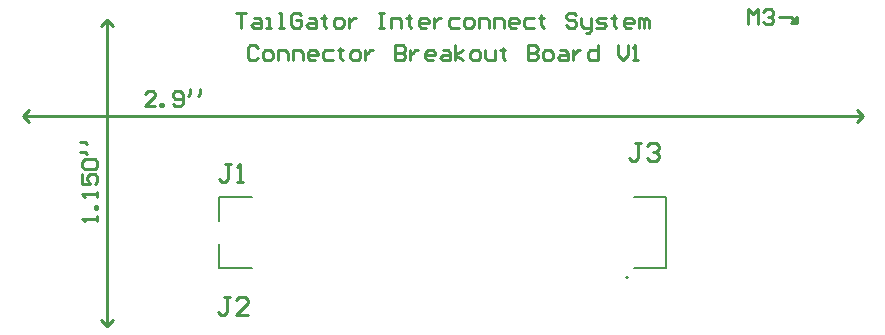
<source format=gto>
G04*
G04 #@! TF.GenerationSoftware,Altium Limited,Altium Designer,24.0.1 (36)*
G04*
G04 Layer_Color=65535*
%FSLAX44Y44*%
%MOMM*%
G71*
G04*
G04 #@! TF.SameCoordinates,FEA383FD-90B8-454F-AD33-5B4C9E3D299A*
G04*
G04*
G04 #@! TF.FilePolarity,Positive*
G04*
G01*
G75*
%ADD10C,0.2000*%
%ADD11C,0.2540*%
%ADD12C,0.1270*%
D10*
X487200Y25500D02*
G03*
X487200Y25500I-1000J0D01*
G01*
D11*
X40640Y238760D02*
X45720Y243840D01*
Y-15240D02*
Y243840D01*
X50800Y238760D01*
X45720Y-15240D02*
X50800Y-10160D01*
X40640D02*
X45720Y-15240D01*
X614680Y246380D02*
X624840D01*
X629920Y241300D01*
X624840D02*
X629920D01*
X624840D02*
X629920Y246380D01*
Y241300D02*
Y246380D01*
X680720Y157480D02*
X685800Y162560D01*
X680720Y167640D02*
X685800Y162560D01*
X-25400D02*
X-20320Y157480D01*
X-25400Y162560D02*
X-20320Y167640D01*
X-25400Y162560D02*
X685800D01*
X588860Y240032D02*
Y252728D01*
X593092Y248496D01*
X597324Y252728D01*
Y240032D01*
X601556Y250612D02*
X603672Y252728D01*
X607904D01*
X610020Y250612D01*
Y248496D01*
X607904Y246380D01*
X605788D01*
X607904D01*
X610020Y244264D01*
Y242148D01*
X607904Y240032D01*
X603672D01*
X601556Y242148D01*
X86788Y170394D02*
X78324D01*
X86788Y178858D01*
Y180974D01*
X84672Y183090D01*
X80440D01*
X78324Y180974D01*
X91020Y170394D02*
Y172510D01*
X93136D01*
Y170394D01*
X91020D01*
X101600Y172510D02*
X103716Y170394D01*
X107948D01*
X110064Y172510D01*
Y180974D01*
X107948Y183090D01*
X103716D01*
X101600Y180974D01*
Y178858D01*
X103716Y176742D01*
X110064D01*
X116412Y185206D02*
Y180974D01*
X114296Y178858D01*
X124876Y185206D02*
Y180974D01*
X122760Y178858D01*
X37886Y72824D02*
Y77056D01*
Y74940D01*
X25190D01*
X27306Y72824D01*
X37886Y83404D02*
X35770D01*
Y85520D01*
X37886D01*
Y83404D01*
Y93984D02*
Y98216D01*
Y96100D01*
X25190D01*
X27306Y93984D01*
X25190Y113028D02*
Y104564D01*
X31538D01*
X29422Y108796D01*
Y110912D01*
X31538Y113028D01*
X35770D01*
X37886Y110912D01*
Y106680D01*
X35770Y104564D01*
X27306Y117260D02*
X25190Y119376D01*
Y123608D01*
X27306Y125724D01*
X35770D01*
X37886Y123608D01*
Y119376D01*
X35770Y117260D01*
X27306D01*
X23074Y132072D02*
X27306D01*
X29422Y129956D01*
X23074Y140536D02*
X27306D01*
X29422Y138420D01*
X173617Y220132D02*
X171501Y222248D01*
X167269D01*
X165154Y220132D01*
Y211668D01*
X167269Y209552D01*
X171501D01*
X173617Y211668D01*
X179965Y209552D02*
X184197D01*
X186313Y211668D01*
Y215900D01*
X184197Y218016D01*
X179965D01*
X177849Y215900D01*
Y211668D01*
X179965Y209552D01*
X190545D02*
Y218016D01*
X196893D01*
X199009Y215900D01*
Y209552D01*
X203241D02*
Y218016D01*
X209589D01*
X211705Y215900D01*
Y209552D01*
X222285D02*
X218053D01*
X215937Y211668D01*
Y215900D01*
X218053Y218016D01*
X222285D01*
X224401Y215900D01*
Y213784D01*
X215937D01*
X237097Y218016D02*
X230749D01*
X228633Y215900D01*
Y211668D01*
X230749Y209552D01*
X237097D01*
X243445Y220132D02*
Y218016D01*
X241329D01*
X245561D01*
X243445D01*
Y211668D01*
X245561Y209552D01*
X254025D02*
X258257D01*
X260373Y211668D01*
Y215900D01*
X258257Y218016D01*
X254025D01*
X251909Y215900D01*
Y211668D01*
X254025Y209552D01*
X264605Y218016D02*
Y209552D01*
Y213784D01*
X266721Y215900D01*
X268837Y218016D01*
X270952D01*
X289996Y222248D02*
Y209552D01*
X296344D01*
X298460Y211668D01*
Y213784D01*
X296344Y215900D01*
X289996D01*
X296344D01*
X298460Y218016D01*
Y220132D01*
X296344Y222248D01*
X289996D01*
X302692Y218016D02*
Y209552D01*
Y213784D01*
X304808Y215900D01*
X306924Y218016D01*
X309040D01*
X321736Y209552D02*
X317504D01*
X315388Y211668D01*
Y215900D01*
X317504Y218016D01*
X321736D01*
X323852Y215900D01*
Y213784D01*
X315388D01*
X330200Y218016D02*
X334432D01*
X336548Y215900D01*
Y209552D01*
X330200D01*
X328084Y211668D01*
X330200Y213784D01*
X336548D01*
X340780Y209552D02*
Y222248D01*
Y213784D02*
X347128Y218016D01*
X340780Y213784D02*
X347128Y209552D01*
X355592D02*
X359824D01*
X361940Y211668D01*
Y215900D01*
X359824Y218016D01*
X355592D01*
X353476Y215900D01*
Y211668D01*
X355592Y209552D01*
X366172Y218016D02*
Y211668D01*
X368288Y209552D01*
X374636D01*
Y218016D01*
X380984Y220132D02*
Y218016D01*
X378868D01*
X383100D01*
X380984D01*
Y211668D01*
X383100Y209552D01*
X402143Y222248D02*
Y209552D01*
X408491D01*
X410607Y211668D01*
Y213784D01*
X408491Y215900D01*
X402143D01*
X408491D01*
X410607Y218016D01*
Y220132D01*
X408491Y222248D01*
X402143D01*
X416955Y209552D02*
X421187D01*
X423303Y211668D01*
Y215900D01*
X421187Y218016D01*
X416955D01*
X414839Y215900D01*
Y211668D01*
X416955Y209552D01*
X429651Y218016D02*
X433883D01*
X435999Y215900D01*
Y209552D01*
X429651D01*
X427535Y211668D01*
X429651Y213784D01*
X435999D01*
X440231Y218016D02*
Y209552D01*
Y213784D01*
X442347Y215900D01*
X444463Y218016D01*
X446579D01*
X461391Y222248D02*
Y209552D01*
X455043D01*
X452927Y211668D01*
Y215900D01*
X455043Y218016D01*
X461391D01*
X478319Y222248D02*
Y213784D01*
X482551Y209552D01*
X486783Y213784D01*
Y222248D01*
X491015Y209552D02*
X495247D01*
X493130D01*
Y222248D01*
X491015Y220132D01*
X155632Y249764D02*
X164095D01*
X159864D01*
Y237068D01*
X170443Y245532D02*
X174675D01*
X176791Y243416D01*
Y237068D01*
X170443D01*
X168327Y239184D01*
X170443Y241300D01*
X176791D01*
X181023Y237068D02*
X185255D01*
X183139D01*
Y245532D01*
X181023D01*
X191603Y237068D02*
X195835D01*
X193719D01*
Y249764D01*
X191603D01*
X210647Y247648D02*
X208531Y249764D01*
X204299D01*
X202183Y247648D01*
Y239184D01*
X204299Y237068D01*
X208531D01*
X210647Y239184D01*
Y243416D01*
X206415D01*
X216995Y245532D02*
X221227D01*
X223343Y243416D01*
Y237068D01*
X216995D01*
X214879Y239184D01*
X216995Y241300D01*
X223343D01*
X229691Y247648D02*
Y245532D01*
X227575D01*
X231807D01*
X229691D01*
Y239184D01*
X231807Y237068D01*
X240271D02*
X244503D01*
X246619Y239184D01*
Y243416D01*
X244503Y245532D01*
X240271D01*
X238155Y243416D01*
Y239184D01*
X240271Y237068D01*
X250851Y245532D02*
Y237068D01*
Y241300D01*
X252967Y243416D01*
X255083Y245532D01*
X257199D01*
X276243Y249764D02*
X280474D01*
X278358D01*
Y237068D01*
X276243D01*
X280474D01*
X286822D02*
Y245532D01*
X293170D01*
X295286Y243416D01*
Y237068D01*
X301634Y247648D02*
Y245532D01*
X299518D01*
X303750D01*
X301634D01*
Y239184D01*
X303750Y237068D01*
X316446D02*
X312214D01*
X310098Y239184D01*
Y243416D01*
X312214Y245532D01*
X316446D01*
X318562Y243416D01*
Y241300D01*
X310098D01*
X322794Y245532D02*
Y237068D01*
Y241300D01*
X324910Y243416D01*
X327026Y245532D01*
X329142D01*
X343954D02*
X337606D01*
X335490Y243416D01*
Y239184D01*
X337606Y237068D01*
X343954D01*
X350302D02*
X354534D01*
X356650Y239184D01*
Y243416D01*
X354534Y245532D01*
X350302D01*
X348186Y243416D01*
Y239184D01*
X350302Y237068D01*
X360882D02*
Y245532D01*
X367230D01*
X369346Y243416D01*
Y237068D01*
X373578D02*
Y245532D01*
X379926D01*
X382042Y243416D01*
Y237068D01*
X392621D02*
X388390D01*
X386273Y239184D01*
Y243416D01*
X388390Y245532D01*
X392621D01*
X394737Y243416D01*
Y241300D01*
X386273D01*
X407433Y245532D02*
X401085D01*
X398969Y243416D01*
Y239184D01*
X401085Y237068D01*
X407433D01*
X413781Y247648D02*
Y245532D01*
X411665D01*
X415897D01*
X413781D01*
Y239184D01*
X415897Y237068D01*
X443405Y247648D02*
X441289Y249764D01*
X437057D01*
X434941Y247648D01*
Y245532D01*
X437057Y243416D01*
X441289D01*
X443405Y241300D01*
Y239184D01*
X441289Y237068D01*
X437057D01*
X434941Y239184D01*
X447637Y245532D02*
Y239184D01*
X449753Y237068D01*
X456101D01*
Y234952D01*
X453985Y232836D01*
X451869D01*
X456101Y237068D02*
Y245532D01*
X460333Y237068D02*
X466681D01*
X468797Y239184D01*
X466681Y241300D01*
X462449D01*
X460333Y243416D01*
X462449Y245532D01*
X468797D01*
X475145Y247648D02*
Y245532D01*
X473029D01*
X477261D01*
X475145D01*
Y239184D01*
X477261Y237068D01*
X489957D02*
X485725D01*
X483609Y239184D01*
Y243416D01*
X485725Y245532D01*
X489957D01*
X492073Y243416D01*
Y241300D01*
X483609D01*
X496305Y237068D02*
Y245532D01*
X498420D01*
X500536Y243416D01*
Y237068D01*
Y243416D01*
X502653Y245532D01*
X504768Y243416D01*
Y237068D01*
X497841Y139698D02*
X492762D01*
X495302D01*
Y127002D01*
X492762Y124462D01*
X490223D01*
X487684Y127002D01*
X502919Y137158D02*
X505458Y139698D01*
X510537D01*
X513076Y137158D01*
Y134619D01*
X510537Y132080D01*
X507998D01*
X510537D01*
X513076Y129541D01*
Y127002D01*
X510537Y124462D01*
X505458D01*
X502919Y127002D01*
X149861Y8888D02*
X144782D01*
X147322D01*
Y-3808D01*
X144782Y-6348D01*
X142243D01*
X139704Y-3808D01*
X165096Y-6348D02*
X154939D01*
X165096Y3809D01*
Y6348D01*
X162557Y8888D01*
X157478D01*
X154939Y6348D01*
X151127Y121153D02*
X146048D01*
X148588D01*
Y108457D01*
X146048Y105918D01*
X143509D01*
X140970Y108457D01*
X156205Y105918D02*
X161283D01*
X158744D01*
Y121153D01*
X156205Y118614D01*
D12*
X491900Y33500D02*
X519200D01*
X141200D02*
X168500D01*
X491900Y93500D02*
X519200D01*
Y33500D02*
Y93500D01*
X141200D02*
X168500D01*
X141200Y72850D02*
Y93500D01*
Y33500D02*
Y54150D01*
M02*

</source>
